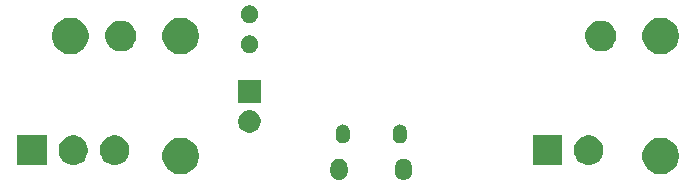
<source format=gbr>
G04 #@! TF.GenerationSoftware,KiCad,Pcbnew,5.1.5-52549c5~86~ubuntu18.04.1*
G04 #@! TF.CreationDate,2020-09-17T20:32:56-05:00*
G04 #@! TF.ProjectId,D02,4430322e-6b69-4636-9164-5f7063625858,rev?*
G04 #@! TF.SameCoordinates,Original*
G04 #@! TF.FileFunction,Soldermask,Bot*
G04 #@! TF.FilePolarity,Negative*
%FSLAX46Y46*%
G04 Gerber Fmt 4.6, Leading zero omitted, Abs format (unit mm)*
G04 Created by KiCad (PCBNEW 5.1.5-52549c5~86~ubuntu18.04.1) date 2020-09-17 20:32:56*
%MOMM*%
%LPD*%
G04 APERTURE LIST*
%ADD10C,0.100000*%
G04 APERTURE END LIST*
D10*
G36*
X48898520Y-34209705D02*
G01*
X49035371Y-34251219D01*
X49035374Y-34251220D01*
X49161493Y-34318632D01*
X49272043Y-34409358D01*
X49362768Y-34519906D01*
X49430180Y-34646025D01*
X49430180Y-34646026D01*
X49430181Y-34646028D01*
X49471695Y-34782879D01*
X49482200Y-34889541D01*
X49482200Y-35310858D01*
X49471695Y-35417520D01*
X49458385Y-35461396D01*
X49430180Y-35554376D01*
X49362768Y-35680494D01*
X49272043Y-35791043D01*
X49161494Y-35881768D01*
X49035375Y-35949180D01*
X49035372Y-35949181D01*
X48898521Y-35990695D01*
X48756200Y-36004712D01*
X48613880Y-35990695D01*
X48477029Y-35949181D01*
X48477026Y-35949180D01*
X48350907Y-35881768D01*
X48240358Y-35791043D01*
X48149632Y-35680494D01*
X48082220Y-35554375D01*
X48054015Y-35461396D01*
X48040705Y-35417521D01*
X48030200Y-35310859D01*
X48030200Y-34889542D01*
X48040705Y-34782880D01*
X48082219Y-34646029D01*
X48082220Y-34646026D01*
X48149632Y-34519907D01*
X48229646Y-34422410D01*
X48240357Y-34409358D01*
X48350905Y-34318633D01*
X48350904Y-34318633D01*
X48350906Y-34318632D01*
X48477025Y-34251220D01*
X48477028Y-34251219D01*
X48613879Y-34209705D01*
X48756200Y-34195688D01*
X48898520Y-34209705D01*
G37*
G36*
X54358520Y-34209705D02*
G01*
X54495371Y-34251219D01*
X54495374Y-34251220D01*
X54621493Y-34318632D01*
X54732043Y-34409358D01*
X54822768Y-34519906D01*
X54890180Y-34646025D01*
X54890180Y-34646026D01*
X54890181Y-34646028D01*
X54931695Y-34782879D01*
X54942200Y-34889541D01*
X54942200Y-35310858D01*
X54931695Y-35417520D01*
X54918385Y-35461396D01*
X54890180Y-35554376D01*
X54822768Y-35680494D01*
X54732043Y-35791043D01*
X54621494Y-35881768D01*
X54495375Y-35949180D01*
X54495372Y-35949181D01*
X54358521Y-35990695D01*
X54216200Y-36004712D01*
X54073880Y-35990695D01*
X53937029Y-35949181D01*
X53937026Y-35949180D01*
X53810907Y-35881768D01*
X53700358Y-35791043D01*
X53609632Y-35680494D01*
X53542220Y-35554375D01*
X53514015Y-35461396D01*
X53500705Y-35417521D01*
X53490200Y-35310859D01*
X53490200Y-34889542D01*
X53500705Y-34782880D01*
X53542219Y-34646029D01*
X53542220Y-34646026D01*
X53609632Y-34519907D01*
X53689646Y-34422410D01*
X53700357Y-34409358D01*
X53810905Y-34318633D01*
X53810904Y-34318633D01*
X53810906Y-34318632D01*
X53937025Y-34251220D01*
X53937028Y-34251219D01*
X54073879Y-34209705D01*
X54216200Y-34195688D01*
X54358520Y-34209705D01*
G37*
G36*
X76302585Y-32448802D02*
G01*
X76452410Y-32478604D01*
X76734674Y-32595521D01*
X76988705Y-32765259D01*
X77204741Y-32981295D01*
X77374479Y-33235326D01*
X77491396Y-33517590D01*
X77551000Y-33817240D01*
X77551000Y-34122760D01*
X77491396Y-34422410D01*
X77374479Y-34704674D01*
X77204741Y-34958705D01*
X76988705Y-35174741D01*
X76734674Y-35344479D01*
X76452410Y-35461396D01*
X76302585Y-35491198D01*
X76152761Y-35521000D01*
X75847239Y-35521000D01*
X75697415Y-35491198D01*
X75547590Y-35461396D01*
X75265326Y-35344479D01*
X75011295Y-35174741D01*
X74795259Y-34958705D01*
X74625521Y-34704674D01*
X74508604Y-34422410D01*
X74449000Y-34122760D01*
X74449000Y-33817240D01*
X74508604Y-33517590D01*
X74625521Y-33235326D01*
X74795259Y-32981295D01*
X75011295Y-32765259D01*
X75265326Y-32595521D01*
X75547590Y-32478604D01*
X75697415Y-32448802D01*
X75847239Y-32419000D01*
X76152761Y-32419000D01*
X76302585Y-32448802D01*
G37*
G36*
X35662585Y-32448802D02*
G01*
X35812410Y-32478604D01*
X36094674Y-32595521D01*
X36348705Y-32765259D01*
X36564741Y-32981295D01*
X36734479Y-33235326D01*
X36851396Y-33517590D01*
X36911000Y-33817240D01*
X36911000Y-34122760D01*
X36851396Y-34422410D01*
X36734479Y-34704674D01*
X36564741Y-34958705D01*
X36348705Y-35174741D01*
X36094674Y-35344479D01*
X35812410Y-35461396D01*
X35662585Y-35491198D01*
X35512761Y-35521000D01*
X35207239Y-35521000D01*
X35057415Y-35491198D01*
X34907590Y-35461396D01*
X34625326Y-35344479D01*
X34371295Y-35174741D01*
X34155259Y-34958705D01*
X33985521Y-34704674D01*
X33868604Y-34422410D01*
X33809000Y-34122760D01*
X33809000Y-33817240D01*
X33868604Y-33517590D01*
X33985521Y-33235326D01*
X34155259Y-32981295D01*
X34371295Y-32765259D01*
X34625326Y-32595521D01*
X34907590Y-32478604D01*
X35057415Y-32448802D01*
X35207239Y-32419000D01*
X35512761Y-32419000D01*
X35662585Y-32448802D01*
G37*
G36*
X24009400Y-34728200D02*
G01*
X21507400Y-34728200D01*
X21507400Y-32226200D01*
X24009400Y-32226200D01*
X24009400Y-34728200D01*
G37*
G36*
X26623303Y-32274275D02*
G01*
X26757155Y-32329718D01*
X26850971Y-32368578D01*
X27055866Y-32505485D01*
X27230115Y-32679734D01*
X27367022Y-32884629D01*
X27461325Y-33112297D01*
X27509400Y-33353987D01*
X27509400Y-33600413D01*
X27461325Y-33842103D01*
X27367022Y-34069771D01*
X27230115Y-34274666D01*
X27055866Y-34448915D01*
X26850971Y-34585822D01*
X26850970Y-34585823D01*
X26850969Y-34585823D01*
X26623303Y-34680125D01*
X26381614Y-34728200D01*
X26135186Y-34728200D01*
X25893497Y-34680125D01*
X25665831Y-34585823D01*
X25665830Y-34585823D01*
X25665829Y-34585822D01*
X25460934Y-34448915D01*
X25286685Y-34274666D01*
X25149778Y-34069771D01*
X25055475Y-33842103D01*
X25007400Y-33600413D01*
X25007400Y-33353987D01*
X25055475Y-33112297D01*
X25149778Y-32884629D01*
X25286685Y-32679734D01*
X25460934Y-32505485D01*
X25665829Y-32368578D01*
X25759646Y-32329718D01*
X25893497Y-32274275D01*
X26135186Y-32226200D01*
X26381614Y-32226200D01*
X26623303Y-32274275D01*
G37*
G36*
X30123303Y-32274275D02*
G01*
X30257155Y-32329718D01*
X30350971Y-32368578D01*
X30555866Y-32505485D01*
X30730115Y-32679734D01*
X30867022Y-32884629D01*
X30961325Y-33112297D01*
X31009400Y-33353987D01*
X31009400Y-33600413D01*
X30961325Y-33842103D01*
X30867022Y-34069771D01*
X30730115Y-34274666D01*
X30555866Y-34448915D01*
X30350971Y-34585822D01*
X30350970Y-34585823D01*
X30350969Y-34585823D01*
X30123303Y-34680125D01*
X29881614Y-34728200D01*
X29635186Y-34728200D01*
X29393497Y-34680125D01*
X29165831Y-34585823D01*
X29165830Y-34585823D01*
X29165829Y-34585822D01*
X28960934Y-34448915D01*
X28786685Y-34274666D01*
X28649778Y-34069771D01*
X28555475Y-33842103D01*
X28507400Y-33600413D01*
X28507400Y-33353987D01*
X28555475Y-33112297D01*
X28649778Y-32884629D01*
X28786685Y-32679734D01*
X28960934Y-32505485D01*
X29165829Y-32368578D01*
X29259646Y-32329718D01*
X29393497Y-32274275D01*
X29635186Y-32226200D01*
X29881614Y-32226200D01*
X30123303Y-32274275D01*
G37*
G36*
X70260503Y-32274275D02*
G01*
X70394355Y-32329718D01*
X70488171Y-32368578D01*
X70693066Y-32505485D01*
X70867315Y-32679734D01*
X71004222Y-32884629D01*
X71098525Y-33112297D01*
X71146600Y-33353987D01*
X71146600Y-33600413D01*
X71098525Y-33842103D01*
X71004222Y-34069771D01*
X70867315Y-34274666D01*
X70693066Y-34448915D01*
X70488171Y-34585822D01*
X70488170Y-34585823D01*
X70488169Y-34585823D01*
X70260503Y-34680125D01*
X70018814Y-34728200D01*
X69772386Y-34728200D01*
X69530697Y-34680125D01*
X69303031Y-34585823D01*
X69303030Y-34585823D01*
X69303029Y-34585822D01*
X69098134Y-34448915D01*
X68923885Y-34274666D01*
X68786978Y-34069771D01*
X68692675Y-33842103D01*
X68644600Y-33600413D01*
X68644600Y-33353987D01*
X68692675Y-33112297D01*
X68786978Y-32884629D01*
X68923885Y-32679734D01*
X69098134Y-32505485D01*
X69303029Y-32368578D01*
X69396846Y-32329718D01*
X69530697Y-32274275D01*
X69772386Y-32226200D01*
X70018814Y-32226200D01*
X70260503Y-32274275D01*
G37*
G36*
X67646600Y-34728200D02*
G01*
X65144600Y-34728200D01*
X65144600Y-32226200D01*
X67646600Y-32226200D01*
X67646600Y-34728200D01*
G37*
G36*
X54024017Y-31307896D02*
G01*
X54137304Y-31342262D01*
X54241711Y-31398069D01*
X54241713Y-31398070D01*
X54241712Y-31398070D01*
X54333227Y-31473173D01*
X54396911Y-31550772D01*
X54408331Y-31564688D01*
X54464138Y-31669095D01*
X54498504Y-31782382D01*
X54507200Y-31870681D01*
X54507200Y-32329718D01*
X54498504Y-32418018D01*
X54464138Y-32531305D01*
X54408331Y-32635712D01*
X54333227Y-32727227D01*
X54241712Y-32802331D01*
X54137305Y-32858138D01*
X54024018Y-32892504D01*
X53906200Y-32904107D01*
X53788383Y-32892504D01*
X53675096Y-32858138D01*
X53570689Y-32802331D01*
X53479174Y-32727227D01*
X53404069Y-32635712D01*
X53348262Y-32531305D01*
X53313896Y-32418018D01*
X53305200Y-32329719D01*
X53305200Y-31870682D01*
X53313896Y-31782383D01*
X53348262Y-31669096D01*
X53404069Y-31564689D01*
X53417538Y-31548277D01*
X53479173Y-31473173D01*
X53570687Y-31398070D01*
X53570686Y-31398070D01*
X53570688Y-31398069D01*
X53675095Y-31342262D01*
X53788382Y-31307896D01*
X53906200Y-31296293D01*
X54024017Y-31307896D01*
G37*
G36*
X49184017Y-31307896D02*
G01*
X49297304Y-31342262D01*
X49401711Y-31398069D01*
X49401713Y-31398070D01*
X49401712Y-31398070D01*
X49493227Y-31473173D01*
X49556911Y-31550772D01*
X49568331Y-31564688D01*
X49624138Y-31669095D01*
X49658504Y-31782382D01*
X49667200Y-31870681D01*
X49667200Y-32329718D01*
X49658504Y-32418018D01*
X49624138Y-32531305D01*
X49568331Y-32635712D01*
X49493227Y-32727227D01*
X49401712Y-32802331D01*
X49297305Y-32858138D01*
X49184018Y-32892504D01*
X49066200Y-32904107D01*
X48948383Y-32892504D01*
X48835096Y-32858138D01*
X48730689Y-32802331D01*
X48639174Y-32727227D01*
X48564069Y-32635712D01*
X48508262Y-32531305D01*
X48473896Y-32418018D01*
X48465200Y-32329719D01*
X48465200Y-31870682D01*
X48473896Y-31782383D01*
X48508262Y-31669096D01*
X48564069Y-31564689D01*
X48577538Y-31548277D01*
X48639173Y-31473173D01*
X48730687Y-31398070D01*
X48730686Y-31398070D01*
X48730688Y-31398069D01*
X48835095Y-31342262D01*
X48948382Y-31307896D01*
X49066200Y-31296293D01*
X49184017Y-31307896D01*
G37*
G36*
X41450795Y-30125546D02*
G01*
X41623866Y-30197234D01*
X41623867Y-30197235D01*
X41779627Y-30301310D01*
X41912090Y-30433773D01*
X41912091Y-30433775D01*
X42016166Y-30589534D01*
X42087854Y-30762605D01*
X42124400Y-30946333D01*
X42124400Y-31133667D01*
X42087854Y-31317395D01*
X42016166Y-31490466D01*
X42016165Y-31490467D01*
X41912090Y-31646227D01*
X41779627Y-31778690D01*
X41774097Y-31782385D01*
X41623866Y-31882766D01*
X41450795Y-31954454D01*
X41267067Y-31991000D01*
X41079733Y-31991000D01*
X40896005Y-31954454D01*
X40722934Y-31882766D01*
X40572703Y-31782385D01*
X40567173Y-31778690D01*
X40434710Y-31646227D01*
X40330635Y-31490467D01*
X40330634Y-31490466D01*
X40258946Y-31317395D01*
X40222400Y-31133667D01*
X40222400Y-30946333D01*
X40258946Y-30762605D01*
X40330634Y-30589534D01*
X40434709Y-30433775D01*
X40434710Y-30433773D01*
X40567173Y-30301310D01*
X40722933Y-30197235D01*
X40722934Y-30197234D01*
X40896005Y-30125546D01*
X41079733Y-30089000D01*
X41267067Y-30089000D01*
X41450795Y-30125546D01*
G37*
G36*
X42124400Y-29451000D02*
G01*
X40222400Y-29451000D01*
X40222400Y-27549000D01*
X42124400Y-27549000D01*
X42124400Y-29451000D01*
G37*
G36*
X76302585Y-22288802D02*
G01*
X76452410Y-22318604D01*
X76734674Y-22435521D01*
X76988705Y-22605259D01*
X77204741Y-22821295D01*
X77374479Y-23075326D01*
X77491396Y-23357590D01*
X77551000Y-23657240D01*
X77551000Y-23962760D01*
X77491396Y-24262410D01*
X77374479Y-24544674D01*
X77204741Y-24798705D01*
X76988705Y-25014741D01*
X76734674Y-25184479D01*
X76452410Y-25301396D01*
X76302585Y-25331198D01*
X76152761Y-25361000D01*
X75847239Y-25361000D01*
X75697415Y-25331198D01*
X75547590Y-25301396D01*
X75265326Y-25184479D01*
X75011295Y-25014741D01*
X74795259Y-24798705D01*
X74625521Y-24544674D01*
X74508604Y-24262410D01*
X74449000Y-23962760D01*
X74449000Y-23657240D01*
X74508604Y-23357590D01*
X74625521Y-23075326D01*
X74795259Y-22821295D01*
X75011295Y-22605259D01*
X75265326Y-22435521D01*
X75547590Y-22318604D01*
X75697415Y-22288802D01*
X75847239Y-22259000D01*
X76152761Y-22259000D01*
X76302585Y-22288802D01*
G37*
G36*
X26302585Y-22288802D02*
G01*
X26452410Y-22318604D01*
X26734674Y-22435521D01*
X26988705Y-22605259D01*
X27204741Y-22821295D01*
X27374479Y-23075326D01*
X27491396Y-23357590D01*
X27551000Y-23657240D01*
X27551000Y-23962760D01*
X27491396Y-24262410D01*
X27374479Y-24544674D01*
X27204741Y-24798705D01*
X26988705Y-25014741D01*
X26734674Y-25184479D01*
X26452410Y-25301396D01*
X26302585Y-25331198D01*
X26152761Y-25361000D01*
X25847239Y-25361000D01*
X25697415Y-25331198D01*
X25547590Y-25301396D01*
X25265326Y-25184479D01*
X25011295Y-25014741D01*
X24795259Y-24798705D01*
X24625521Y-24544674D01*
X24508604Y-24262410D01*
X24449000Y-23962760D01*
X24449000Y-23657240D01*
X24508604Y-23357590D01*
X24625521Y-23075326D01*
X24795259Y-22821295D01*
X25011295Y-22605259D01*
X25265326Y-22435521D01*
X25547590Y-22318604D01*
X25697415Y-22288802D01*
X25847239Y-22259000D01*
X26152761Y-22259000D01*
X26302585Y-22288802D01*
G37*
G36*
X35662585Y-22288802D02*
G01*
X35812410Y-22318604D01*
X36094674Y-22435521D01*
X36348705Y-22605259D01*
X36564741Y-22821295D01*
X36734479Y-23075326D01*
X36851396Y-23357590D01*
X36911000Y-23657240D01*
X36911000Y-23962760D01*
X36851396Y-24262410D01*
X36734479Y-24544674D01*
X36564741Y-24798705D01*
X36348705Y-25014741D01*
X36094674Y-25184479D01*
X35812410Y-25301396D01*
X35662585Y-25331198D01*
X35512761Y-25361000D01*
X35207239Y-25361000D01*
X35057415Y-25331198D01*
X34907590Y-25301396D01*
X34625326Y-25184479D01*
X34371295Y-25014741D01*
X34155259Y-24798705D01*
X33985521Y-24544674D01*
X33868604Y-24262410D01*
X33809000Y-23962760D01*
X33809000Y-23657240D01*
X33868604Y-23357590D01*
X33985521Y-23075326D01*
X34155259Y-22821295D01*
X34371295Y-22605259D01*
X34625326Y-22435521D01*
X34907590Y-22318604D01*
X35057415Y-22288802D01*
X35207239Y-22259000D01*
X35512761Y-22259000D01*
X35662585Y-22288802D01*
G37*
G36*
X41392459Y-23777860D02*
G01*
X41529132Y-23834472D01*
X41652135Y-23916660D01*
X41756740Y-24021265D01*
X41756741Y-24021267D01*
X41838929Y-24144270D01*
X41895540Y-24280941D01*
X41924400Y-24426032D01*
X41924400Y-24573968D01*
X41895540Y-24719059D01*
X41862550Y-24798705D01*
X41838928Y-24855732D01*
X41756740Y-24978735D01*
X41652135Y-25083340D01*
X41529132Y-25165528D01*
X41529131Y-25165529D01*
X41529130Y-25165529D01*
X41392459Y-25222140D01*
X41247368Y-25251000D01*
X41099432Y-25251000D01*
X40954341Y-25222140D01*
X40817670Y-25165529D01*
X40817669Y-25165529D01*
X40817668Y-25165528D01*
X40694665Y-25083340D01*
X40590060Y-24978735D01*
X40507872Y-24855732D01*
X40484251Y-24798705D01*
X40451260Y-24719059D01*
X40422400Y-24573968D01*
X40422400Y-24426032D01*
X40451260Y-24280941D01*
X40507871Y-24144270D01*
X40590059Y-24021267D01*
X40590060Y-24021265D01*
X40694665Y-23916660D01*
X40817668Y-23834472D01*
X40954341Y-23777860D01*
X41099432Y-23749000D01*
X41247368Y-23749000D01*
X41392459Y-23777860D01*
G37*
G36*
X30659393Y-22559304D02*
G01*
X30896101Y-22657352D01*
X30896103Y-22657353D01*
X31109135Y-22799696D01*
X31290304Y-22980865D01*
X31432647Y-23193897D01*
X31432648Y-23193899D01*
X31530696Y-23430607D01*
X31580680Y-23681893D01*
X31580680Y-23938107D01*
X31530696Y-24189393D01*
X31432676Y-24426033D01*
X31432647Y-24426103D01*
X31290304Y-24639135D01*
X31109135Y-24820304D01*
X30896103Y-24962647D01*
X30896102Y-24962648D01*
X30896101Y-24962648D01*
X30659393Y-25060696D01*
X30408107Y-25110680D01*
X30151893Y-25110680D01*
X29900607Y-25060696D01*
X29663899Y-24962648D01*
X29663898Y-24962648D01*
X29663897Y-24962647D01*
X29450865Y-24820304D01*
X29269696Y-24639135D01*
X29127353Y-24426103D01*
X29127324Y-24426033D01*
X29029304Y-24189393D01*
X28979320Y-23938107D01*
X28979320Y-23681893D01*
X29029304Y-23430607D01*
X29127352Y-23193899D01*
X29127353Y-23193897D01*
X29269696Y-22980865D01*
X29450865Y-22799696D01*
X29663897Y-22657353D01*
X29663899Y-22657352D01*
X29900607Y-22559304D01*
X30151893Y-22509320D01*
X30408107Y-22509320D01*
X30659393Y-22559304D01*
G37*
G36*
X71299393Y-22559304D02*
G01*
X71536101Y-22657352D01*
X71536103Y-22657353D01*
X71749135Y-22799696D01*
X71930304Y-22980865D01*
X72072647Y-23193897D01*
X72072648Y-23193899D01*
X72170696Y-23430607D01*
X72220680Y-23681893D01*
X72220680Y-23938107D01*
X72170696Y-24189393D01*
X72072676Y-24426033D01*
X72072647Y-24426103D01*
X71930304Y-24639135D01*
X71749135Y-24820304D01*
X71536103Y-24962647D01*
X71536102Y-24962648D01*
X71536101Y-24962648D01*
X71299393Y-25060696D01*
X71048107Y-25110680D01*
X70791893Y-25110680D01*
X70540607Y-25060696D01*
X70303899Y-24962648D01*
X70303898Y-24962648D01*
X70303897Y-24962647D01*
X70090865Y-24820304D01*
X69909696Y-24639135D01*
X69767353Y-24426103D01*
X69767324Y-24426033D01*
X69669304Y-24189393D01*
X69619320Y-23938107D01*
X69619320Y-23681893D01*
X69669304Y-23430607D01*
X69767352Y-23193899D01*
X69767353Y-23193897D01*
X69909696Y-22980865D01*
X70090865Y-22799696D01*
X70303897Y-22657353D01*
X70303899Y-22657352D01*
X70540607Y-22559304D01*
X70791893Y-22509320D01*
X71048107Y-22509320D01*
X71299393Y-22559304D01*
G37*
G36*
X41392459Y-21237860D02*
G01*
X41529132Y-21294472D01*
X41652135Y-21376660D01*
X41756740Y-21481265D01*
X41838928Y-21604268D01*
X41895540Y-21740941D01*
X41924400Y-21886033D01*
X41924400Y-22033967D01*
X41895540Y-22179059D01*
X41838928Y-22315732D01*
X41756740Y-22438735D01*
X41652135Y-22543340D01*
X41529132Y-22625528D01*
X41529131Y-22625529D01*
X41529130Y-22625529D01*
X41392459Y-22682140D01*
X41247368Y-22711000D01*
X41099432Y-22711000D01*
X40954341Y-22682140D01*
X40817670Y-22625529D01*
X40817669Y-22625529D01*
X40817668Y-22625528D01*
X40694665Y-22543340D01*
X40590060Y-22438735D01*
X40507872Y-22315732D01*
X40451260Y-22179059D01*
X40422400Y-22033967D01*
X40422400Y-21886033D01*
X40451260Y-21740941D01*
X40507872Y-21604268D01*
X40590060Y-21481265D01*
X40694665Y-21376660D01*
X40817668Y-21294472D01*
X40954341Y-21237860D01*
X41099432Y-21209000D01*
X41247368Y-21209000D01*
X41392459Y-21237860D01*
G37*
M02*

</source>
